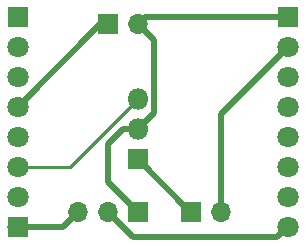
<source format=gbl>
%TF.GenerationSoftware,KiCad,Pcbnew,(6.0.2-0)*%
%TF.CreationDate,2022-07-24T07:52:35+02:00*%
%TF.ProjectId,ESP32Anglerfish,45535033-3241-46e6-976c-657266697368,rev?*%
%TF.SameCoordinates,Original*%
%TF.FileFunction,Copper,L2,Bot*%
%TF.FilePolarity,Positive*%
%FSLAX46Y46*%
G04 Gerber Fmt 4.6, Leading zero omitted, Abs format (unit mm)*
G04 Created by KiCad (PCBNEW (6.0.2-0)) date 2022-07-24 07:52:35*
%MOMM*%
%LPD*%
G01*
G04 APERTURE LIST*
%TA.AperFunction,ComponentPad*%
%ADD10R,1.700000X1.700000*%
%TD*%
%TA.AperFunction,ComponentPad*%
%ADD11O,1.700000X1.700000*%
%TD*%
%TA.AperFunction,ComponentPad*%
%ADD12C,1.800000*%
%TD*%
%TA.AperFunction,ComponentPad*%
%ADD13R,1.800000X1.800000*%
%TD*%
%TA.AperFunction,ComponentPad*%
%ADD14O,1.800000X1.800000*%
%TD*%
%TA.AperFunction,Conductor*%
%ADD15C,0.500000*%
%TD*%
%TA.AperFunction,Conductor*%
%ADD16C,0.250000*%
%TD*%
G04 APERTURE END LIST*
D10*
%TO.P,J2,1,Pin_1*%
%TO.N,+5V*%
X98450000Y-65405000D03*
D11*
%TO.P,J2,2,Pin_2*%
%TO.N,GND*%
X98450000Y-67945000D03*
%TO.P,J2,3,Pin_3*%
%TO.N,Net-(J2-Pad3)*%
X98450000Y-70485000D03*
%TO.P,J2,4,Pin_4*%
%TO.N,Net-(J2-Pad4)*%
X98450000Y-73025000D03*
%TO.P,J2,5,Pin_5*%
%TO.N,Net-(J2-Pad5)*%
X98450000Y-75565000D03*
%TO.P,J2,6,Pin_6*%
%TO.N,Net-(J2-Pad6)*%
X98450000Y-78105000D03*
%TO.P,J2,7,Pin_7*%
%TO.N,Net-(J2-Pad7)*%
X98450000Y-80645000D03*
%TO.P,J2,8,Pin_8*%
%TO.N,Net-(J2-Pad8)*%
X98450000Y-83185000D03*
%TD*%
D12*
%TO.P,U1,1,GPIO4*%
%TO.N,Net-(J2-Pad8)*%
X98425000Y-83185000D03*
%TO.P,U1,2,GPIO2*%
%TO.N,Net-(J2-Pad7)*%
X98425000Y-80645000D03*
%TO.P,U1,3,GPIO14*%
%TO.N,Net-(J2-Pad6)*%
X98425000Y-78105000D03*
%TO.P,U1,4,GPIO15*%
%TO.N,Net-(J2-Pad5)*%
X98425000Y-75565000D03*
%TO.P,U1,5,GPIO13*%
%TO.N,Net-(J2-Pad4)*%
X98425000Y-73025000D03*
%TO.P,U1,6,GPIO12*%
%TO.N,Net-(J2-Pad3)*%
X98425000Y-70485000D03*
%TO.P,U1,7,GND*%
%TO.N,GND*%
X98425000Y-67945000D03*
D13*
%TO.P,U1,8,5V*%
%TO.N,+5V*%
X98425000Y-65405000D03*
D12*
%TO.P,U1,9,GND*%
%TO.N,GND*%
X75565000Y-83185000D03*
%TO.P,U1,10,GPIO1*%
%TO.N,Net-(J1-Pad2)*%
X75565000Y-80645000D03*
%TO.P,U1,11,GPIO3*%
%TO.N,Net-(J1-Pad3)*%
X75565000Y-78105000D03*
%TO.P,U1,12,P_out*%
%TO.N,Net-(J1-Pad4)*%
X75565000Y-75565000D03*
%TO.P,U1,13,GND*%
%TO.N,GND*%
X75565000Y-73025000D03*
%TO.P,U1,14,GPIO0*%
%TO.N,Net-(J1-Pad6)*%
X75565000Y-70485000D03*
%TO.P,U1,15,GPIO16*%
%TO.N,Net-(J1-Pad7)*%
X75565000Y-67945000D03*
D13*
%TO.P,U1,16,3.3V*%
%TO.N,Net-(J1-Pad8)*%
X75565000Y-65405000D03*
%TD*%
D10*
%TO.P,J4,1,Pin_1*%
%TO.N,+5V*%
X85710000Y-81915000D03*
D11*
%TO.P,J4,2,Pin_2*%
%TO.N,Net-(J2-Pad8)*%
X83170000Y-81915000D03*
%TO.P,J4,3,Pin_3*%
%TO.N,GND*%
X80630000Y-81915000D03*
%TD*%
D13*
%TO.P,Q1,1,E*%
%TO.N,Net-(J5-Pad1)*%
X85725000Y-77470000D03*
D14*
%TO.P,Q1,2,C*%
%TO.N,+5V*%
X85725000Y-74930000D03*
%TO.P,Q1,3,B*%
%TO.N,Net-(J1-Pad3)*%
X85725000Y-72390000D03*
%TD*%
D10*
%TO.P,J5,1,Pin_1*%
%TO.N,Net-(J5-Pad1)*%
X90190000Y-81915000D03*
D11*
%TO.P,J5,2,Pin_2*%
%TO.N,GND*%
X92730000Y-81915000D03*
%TD*%
D10*
%TO.P,J3,1,Pin_1*%
%TO.N,GND*%
X83185000Y-66040000D03*
D11*
%TO.P,J3,2,Pin_2*%
%TO.N,+5V*%
X85725000Y-66040000D03*
%TD*%
D10*
%TO.P,J1,1,Pin_1*%
%TO.N,GND*%
X75565000Y-83185000D03*
D11*
%TO.P,J1,2,Pin_2*%
%TO.N,Net-(J1-Pad2)*%
X75565000Y-80645000D03*
%TO.P,J1,3,Pin_3*%
%TO.N,Net-(J1-Pad3)*%
X75565000Y-78105000D03*
%TO.P,J1,4,Pin_4*%
%TO.N,Net-(J1-Pad4)*%
X75565000Y-75565000D03*
%TO.P,J1,5,Pin_5*%
%TO.N,GND*%
X75565000Y-73025000D03*
%TO.P,J1,6,Pin_6*%
%TO.N,Net-(J1-Pad6)*%
X75565000Y-70485000D03*
%TO.P,J1,7,Pin_7*%
%TO.N,Net-(J1-Pad7)*%
X75565000Y-67945000D03*
%TO.P,J1,8,Pin_8*%
%TO.N,Net-(J1-Pad8)*%
X75565000Y-65405000D03*
%TD*%
D15*
%TO.N,GND*%
X80630000Y-81915000D02*
X79360000Y-83185000D01*
X79360000Y-83185000D02*
X75565000Y-83185000D01*
%TO.N,Net-(J2-Pad8)*%
X98425000Y-83185000D02*
X97525000Y-84085000D01*
X97525000Y-84085000D02*
X85340000Y-84085000D01*
X85340000Y-84085000D02*
X83170000Y-81915000D01*
%TO.N,Net-(J5-Pad1)*%
X85725000Y-77470000D02*
X90170000Y-81915000D01*
X90170000Y-81915000D02*
X90190000Y-81915000D01*
%TO.N,GND*%
X92730000Y-73665000D02*
X98450000Y-67945000D01*
X92730000Y-81915000D02*
X92730000Y-73665000D01*
%TO.N,+5V*%
X85725000Y-74930000D02*
X84455000Y-74930000D01*
X84455000Y-74930000D02*
X83185000Y-76200000D01*
X85725000Y-82510000D02*
X85710000Y-82525000D01*
X83185000Y-76200000D02*
X83185000Y-79375000D01*
X83185000Y-79375000D02*
X85725000Y-81915000D01*
X85725000Y-81915000D02*
X85725000Y-82510000D01*
X85725000Y-66040000D02*
X87074511Y-67389511D01*
X87074511Y-67389511D02*
X87074511Y-73580489D01*
X87074511Y-73580489D02*
X85725000Y-74930000D01*
X98450000Y-65405000D02*
X86360000Y-65405000D01*
X86360000Y-65405000D02*
X85725000Y-66040000D01*
D16*
%TO.N,Net-(J1-Pad3)*%
X85725000Y-72390000D02*
X80010000Y-78105000D01*
X80010000Y-78105000D02*
X75565000Y-78105000D01*
%TO.N,GND*%
X83185000Y-66040000D02*
X82550000Y-66040000D01*
D15*
X82550000Y-66040000D02*
X75565000Y-73025000D01*
%TD*%
M02*

</source>
